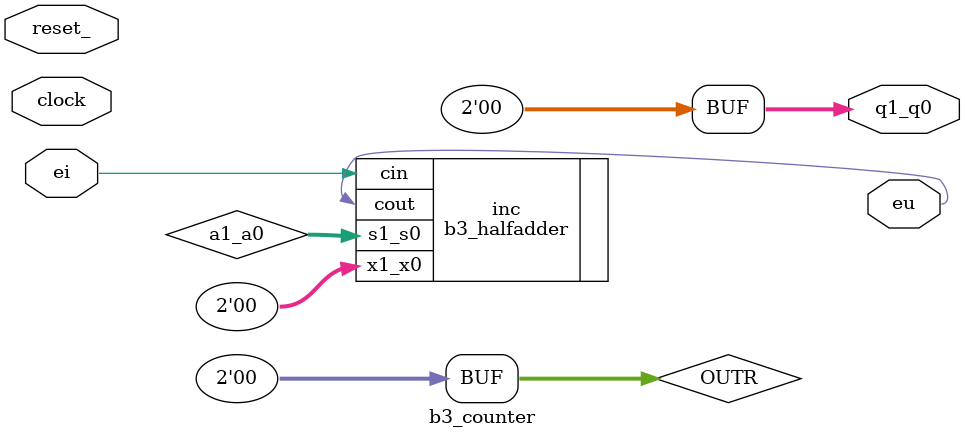
<source format=v>
module b3_counter(eu, q1_q0, ei, clock, reset_);
  input clock, reset_;
  input ei;
  output eu;
	output[1:0] q1_q0;
  
	reg[1:0] OUTR;
  assign q1_q0 = OUTR;	
  
	wire[1:0] a1_a0; // l'uscita dell'incrementatore
	b3_halfadder inc (
		.x1_x0(q1_q0), .cin(ei),
		.s1_s0(a1_a0), .cout(eu)
	);

  always @(reset_ == 0) #1 OUTR <= 0;
  always @(posedge clock) if (reset_==1) #2 OUTR <= a1_a0;
endmodule

</source>
